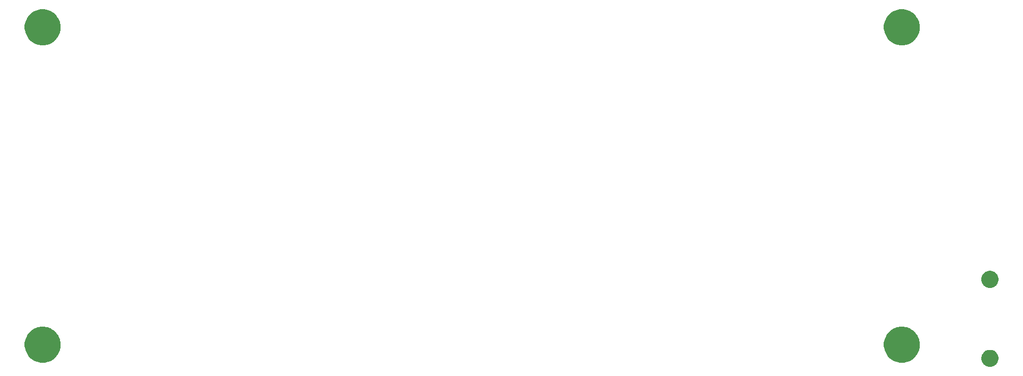
<source format=gbs>
G04 #@! TF.GenerationSoftware,KiCad,Pcbnew,(5.1.4-0-10_14)*
G04 #@! TF.CreationDate,2019-11-12T20:44:58-08:00*
G04 #@! TF.ProjectId,croptop,63726f70-746f-4702-9e6b-696361645f70,rev?*
G04 #@! TF.SameCoordinates,Original*
G04 #@! TF.FileFunction,Soldermask,Bot*
G04 #@! TF.FilePolarity,Negative*
%FSLAX46Y46*%
G04 Gerber Fmt 4.6, Leading zero omitted, Abs format (unit mm)*
G04 Created by KiCad (PCBNEW (5.1.4-0-10_14)) date 2019-11-12 20:44:58*
%MOMM*%
%LPD*%
G04 APERTURE LIST*
%ADD10C,0.100000*%
G04 APERTURE END LIST*
D10*
G36*
X233938565Y-123951418D02*
G01*
X234195114Y-124057684D01*
X234426003Y-124211959D01*
X234622358Y-124408314D01*
X234776633Y-124639203D01*
X234882899Y-124895752D01*
X234937072Y-125168100D01*
X234937072Y-125445790D01*
X234882899Y-125718138D01*
X234776633Y-125974687D01*
X234622358Y-126205576D01*
X234426003Y-126401931D01*
X234195114Y-126556206D01*
X233938565Y-126662472D01*
X233666217Y-126716645D01*
X233388527Y-126716645D01*
X233116179Y-126662472D01*
X232859630Y-126556206D01*
X232628741Y-126401931D01*
X232432386Y-126205576D01*
X232278111Y-125974687D01*
X232171845Y-125718138D01*
X232117672Y-125445790D01*
X232117672Y-125168100D01*
X232171845Y-124895752D01*
X232278111Y-124639203D01*
X232432386Y-124408314D01*
X232628741Y-124211959D01*
X232859630Y-124057684D01*
X233116179Y-123951418D01*
X233388527Y-123897245D01*
X233666217Y-123897245D01*
X233938565Y-123951418D01*
X233938565Y-123951418D01*
G37*
G36*
X219553670Y-120114459D02*
G01*
X219746868Y-120152888D01*
X220292833Y-120379034D01*
X220522683Y-120532615D01*
X220784188Y-120707347D01*
X221202053Y-121125212D01*
X221290204Y-121257139D01*
X221494765Y-121563286D01*
X221530367Y-121616569D01*
X221756512Y-122162533D01*
X221871800Y-122742124D01*
X221871800Y-123333076D01*
X221851009Y-123437600D01*
X221756512Y-123912668D01*
X221530366Y-124458633D01*
X221443128Y-124589193D01*
X221202053Y-124949988D01*
X220784188Y-125367853D01*
X220540178Y-125530895D01*
X220292833Y-125696166D01*
X220292832Y-125696167D01*
X220292831Y-125696167D01*
X220132922Y-125762403D01*
X219746868Y-125922312D01*
X219553670Y-125960741D01*
X219167276Y-126037600D01*
X218576324Y-126037600D01*
X218189930Y-125960741D01*
X217996732Y-125922312D01*
X217610678Y-125762403D01*
X217450769Y-125696167D01*
X217450768Y-125696167D01*
X217450767Y-125696166D01*
X217203422Y-125530895D01*
X216959412Y-125367853D01*
X216541547Y-124949988D01*
X216300472Y-124589193D01*
X216213234Y-124458633D01*
X215987088Y-123912668D01*
X215892591Y-123437600D01*
X215871800Y-123333076D01*
X215871800Y-122742124D01*
X215987088Y-122162533D01*
X216213233Y-121616569D01*
X216248836Y-121563286D01*
X216453396Y-121257139D01*
X216541547Y-121125212D01*
X216959412Y-120707347D01*
X217220917Y-120532615D01*
X217450767Y-120379034D01*
X217996732Y-120152888D01*
X218189930Y-120114459D01*
X218576324Y-120037600D01*
X219167276Y-120037600D01*
X219553670Y-120114459D01*
X219553670Y-120114459D01*
G37*
G36*
X76551670Y-120114459D02*
G01*
X76744868Y-120152888D01*
X77290833Y-120379034D01*
X77520683Y-120532615D01*
X77782188Y-120707347D01*
X78200053Y-121125212D01*
X78288204Y-121257139D01*
X78492765Y-121563286D01*
X78528367Y-121616569D01*
X78754512Y-122162533D01*
X78869800Y-122742124D01*
X78869800Y-123333076D01*
X78849009Y-123437600D01*
X78754512Y-123912668D01*
X78528366Y-124458633D01*
X78441128Y-124589193D01*
X78200053Y-124949988D01*
X77782188Y-125367853D01*
X77538178Y-125530895D01*
X77290833Y-125696166D01*
X77290832Y-125696167D01*
X77290831Y-125696167D01*
X77130922Y-125762403D01*
X76744868Y-125922312D01*
X76551670Y-125960741D01*
X76165276Y-126037600D01*
X75574324Y-126037600D01*
X75187930Y-125960741D01*
X74994732Y-125922312D01*
X74608678Y-125762403D01*
X74448769Y-125696167D01*
X74448768Y-125696167D01*
X74448767Y-125696166D01*
X74201422Y-125530895D01*
X73957412Y-125367853D01*
X73539547Y-124949988D01*
X73298472Y-124589193D01*
X73211234Y-124458633D01*
X72985088Y-123912668D01*
X72890591Y-123437600D01*
X72869800Y-123333076D01*
X72869800Y-122742124D01*
X72985088Y-122162533D01*
X73211233Y-121616569D01*
X73246836Y-121563286D01*
X73451396Y-121257139D01*
X73539547Y-121125212D01*
X73957412Y-120707347D01*
X74218917Y-120532615D01*
X74448767Y-120379034D01*
X74994732Y-120152888D01*
X75187930Y-120114459D01*
X75574324Y-120037600D01*
X76165276Y-120037600D01*
X76551670Y-120114459D01*
X76551670Y-120114459D01*
G37*
G36*
X233938565Y-110811418D02*
G01*
X234195114Y-110917684D01*
X234426003Y-111071959D01*
X234622358Y-111268314D01*
X234776633Y-111499203D01*
X234882899Y-111755752D01*
X234937072Y-112028100D01*
X234937072Y-112305790D01*
X234882899Y-112578138D01*
X234776633Y-112834687D01*
X234622358Y-113065576D01*
X234426003Y-113261931D01*
X234195114Y-113416206D01*
X233938565Y-113522472D01*
X233666217Y-113576645D01*
X233388527Y-113576645D01*
X233116179Y-113522472D01*
X232859630Y-113416206D01*
X232628741Y-113261931D01*
X232432386Y-113065576D01*
X232278111Y-112834687D01*
X232171845Y-112578138D01*
X232117672Y-112305790D01*
X232117672Y-112028100D01*
X232171845Y-111755752D01*
X232278111Y-111499203D01*
X232432386Y-111268314D01*
X232628741Y-111071959D01*
X232859630Y-110917684D01*
X233116179Y-110811418D01*
X233388527Y-110757245D01*
X233666217Y-110757245D01*
X233938565Y-110811418D01*
X233938565Y-110811418D01*
G37*
G36*
X76551670Y-67307859D02*
G01*
X76744868Y-67346288D01*
X77290833Y-67572434D01*
X77520683Y-67726015D01*
X77782188Y-67900747D01*
X78200053Y-68318612D01*
X78288204Y-68450539D01*
X78492765Y-68756686D01*
X78528367Y-68809969D01*
X78754512Y-69355933D01*
X78869800Y-69935524D01*
X78869800Y-70526476D01*
X78849009Y-70631000D01*
X78754512Y-71106068D01*
X78528366Y-71652033D01*
X78441128Y-71782593D01*
X78200053Y-72143388D01*
X77782188Y-72561253D01*
X77538178Y-72724295D01*
X77290833Y-72889566D01*
X76744868Y-73115712D01*
X76551670Y-73154141D01*
X76165276Y-73231000D01*
X75574324Y-73231000D01*
X75187930Y-73154141D01*
X74994732Y-73115712D01*
X74448767Y-72889566D01*
X74201422Y-72724295D01*
X73957412Y-72561253D01*
X73539547Y-72143388D01*
X73298472Y-71782593D01*
X73211234Y-71652033D01*
X72985088Y-71106068D01*
X72890591Y-70631000D01*
X72869800Y-70526476D01*
X72869800Y-69935524D01*
X72985088Y-69355933D01*
X73211233Y-68809969D01*
X73246836Y-68756686D01*
X73451396Y-68450539D01*
X73539547Y-68318612D01*
X73957412Y-67900747D01*
X74218917Y-67726015D01*
X74448767Y-67572434D01*
X74994732Y-67346288D01*
X75187930Y-67307859D01*
X75574324Y-67231000D01*
X76165276Y-67231000D01*
X76551670Y-67307859D01*
X76551670Y-67307859D01*
G37*
G36*
X219553670Y-67307859D02*
G01*
X219746868Y-67346288D01*
X220292833Y-67572434D01*
X220522683Y-67726015D01*
X220784188Y-67900747D01*
X221202053Y-68318612D01*
X221290204Y-68450539D01*
X221494765Y-68756686D01*
X221530367Y-68809969D01*
X221756512Y-69355933D01*
X221871800Y-69935524D01*
X221871800Y-70526476D01*
X221851009Y-70631000D01*
X221756512Y-71106068D01*
X221530366Y-71652033D01*
X221443128Y-71782593D01*
X221202053Y-72143388D01*
X220784188Y-72561253D01*
X220540178Y-72724295D01*
X220292833Y-72889566D01*
X219746868Y-73115712D01*
X219553670Y-73154141D01*
X219167276Y-73231000D01*
X218576324Y-73231000D01*
X218189930Y-73154141D01*
X217996732Y-73115712D01*
X217450767Y-72889566D01*
X217203422Y-72724295D01*
X216959412Y-72561253D01*
X216541547Y-72143388D01*
X216300472Y-71782593D01*
X216213234Y-71652033D01*
X215987088Y-71106068D01*
X215892591Y-70631000D01*
X215871800Y-70526476D01*
X215871800Y-69935524D01*
X215987088Y-69355933D01*
X216213233Y-68809969D01*
X216248836Y-68756686D01*
X216453396Y-68450539D01*
X216541547Y-68318612D01*
X216959412Y-67900747D01*
X217220917Y-67726015D01*
X217450767Y-67572434D01*
X217996732Y-67346288D01*
X218189930Y-67307859D01*
X218576324Y-67231000D01*
X219167276Y-67231000D01*
X219553670Y-67307859D01*
X219553670Y-67307859D01*
G37*
M02*

</source>
